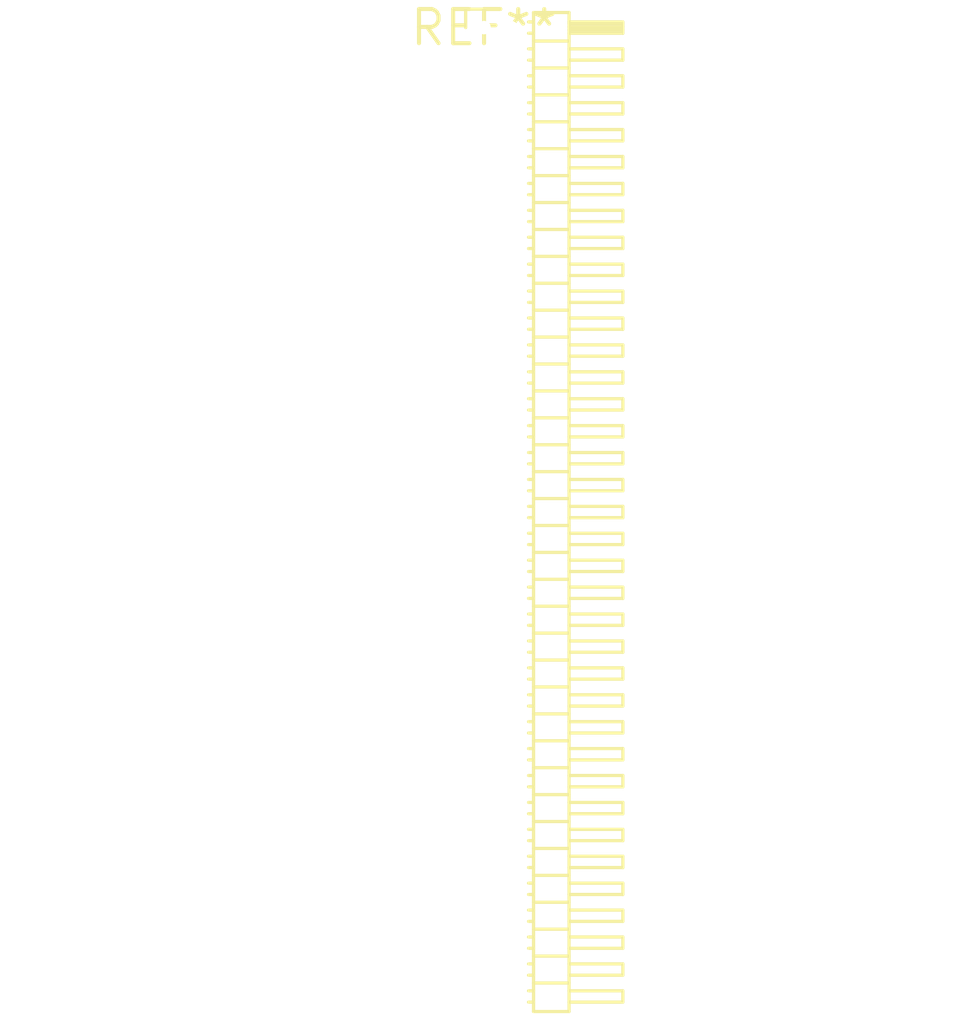
<source format=kicad_pcb>
(kicad_pcb (version 20240108) (generator pcbnew)
  (layers (0 "F.Cu" signal) (31 "B.Cu" signal) (34 "B.Paste" user) (35 "F.Paste" user) (36 "B.SilkS" user "B.Silkscreen") (37 "F.SilkS" user "F.Silkscreen") (38 "B.Mask" user) (39 "F.Mask" user) (44 "Edge.Cuts" user))
  (net 0 "")
  (footprint "PinHeader_2x37_P1.00mm_Horizontal" (layer "F.Cu") (at 0 0)
    (property "Reference" "REF**")
    (property "Value" "PinHeader_2x37_P1.00mm_Horizontal")
    (fp_line (start -0.685 -0.685) (end 0 -0.685) (layer "F.SilkS") (stroke (width 0.12)))
    (fp_line (start -0.685 0) (end -0.685 -0.685) (layer "F.SilkS") (stroke (width 0.12)))
    (fp_line (start 1.652016 -0.21) (end 1.84 -0.21) (layer "F.SilkS") (stroke (width 0.12)))
    (fp_line (start 1.652016 0.21) (end 1.84 0.21) (layer "F.SilkS") (stroke (width 0.12)))
    (fp_line (start 1.652016 0.79) (end 1.84 0.79) (layer "F.SilkS") (stroke (width 0.12)))
    (fp_line (start 1.652016 1.21) (end 1.84 1.21) (layer "F.SilkS") (stroke (width 0.12)))
    (fp_line (start 1.652016 1.79) (end 1.84 1.79) (layer "F.SilkS") (stroke (width 0.12)))
    (fp_line (start 1.652016 2.21) (end 1.84 2.21) (layer "F.SilkS") (stroke (width 0.12)))
    (fp_line (start 1.652016 2.79) (end 1.84 2.79) (layer "F.SilkS") (stroke (width 0.12)))
    (fp_line (start 1.652016 3.21) (end 1.84 3.21) (layer "F.SilkS") (stroke (width 0.12)))
    (fp_line (start 1.652016 3.79) (end 1.84 3.79) (layer "F.SilkS") (stroke (width 0.12)))
    (fp_line (start 1.652016 4.21) (end 1.84 4.21) (layer "F.SilkS") (stroke (width 0.12)))
    (fp_line (start 1.652016 4.79) (end 1.84 4.79) (layer "F.SilkS") (stroke (width 0.12)))
    (fp_line (start 1.652016 5.21) (end 1.84 5.21) (layer "F.SilkS") (stroke (width 0.12)))
    (fp_line (start 1.652016 5.79) (end 1.84 5.79) (layer "F.SilkS") (stroke (width 0.12)))
    (fp_line (start 1.652016 6.21) (end 1.84 6.21) (layer "F.SilkS") (stroke (width 0.12)))
    (fp_line (start 1.652016 6.79) (end 1.84 6.79) (layer "F.SilkS") (stroke (width 0.12)))
    (fp_line (start 1.652016 7.21) (end 1.84 7.21) (layer "F.SilkS") (stroke (width 0.12)))
    (fp_line (start 1.652016 7.79) (end 1.84 7.79) (layer "F.SilkS") (stroke (width 0.12)))
    (fp_line (start 1.652016 8.21) (end 1.84 8.21) (layer "F.SilkS") (stroke (width 0.12)))
    (fp_line (start 1.652016 8.79) (end 1.84 8.79) (layer "F.SilkS") (stroke (width 0.12)))
    (fp_line (start 1.652016 9.21) (end 1.84 9.21) (layer "F.SilkS") (stroke (width 0.12)))
    (fp_line (start 1.652016 9.79) (end 1.84 9.79) (layer "F.SilkS") (stroke (width 0.12)))
    (fp_line (start 1.652016 10.21) (end 1.84 10.21) (layer "F.SilkS") (stroke (width 0.12)))
    (fp_line (start 1.652016 10.79) (end 1.84 10.79) (layer "F.SilkS") (stroke (width 0.12)))
    (fp_line (start 1.652016 11.21) (end 1.84 11.21) (layer "F.SilkS") (stroke (width 0.12)))
    (fp_line (start 1.652016 11.79) (end 1.84 11.79) (layer "F.SilkS") (stroke (width 0.12)))
    (fp_line (start 1.652016 12.21) (end 1.84 12.21) (layer "F.SilkS") (stroke (width 0.12)))
    (fp_line (start 1.652016 12.79) (end 1.84 12.79) (layer "F.SilkS") (stroke (width 0.12)))
    (fp_line (start 1.652016 13.21) (end 1.84 13.21) (layer "F.SilkS") (stroke (width 0.12)))
    (fp_line (start 1.652016 13.79) (end 1.84 13.79) (layer "F.SilkS") (stroke (width 0.12)))
    (fp_line (start 1.652016 14.21) (end 1.84 14.21) (layer "F.SilkS") (stroke (width 0.12)))
    (fp_line (start 1.652016 14.79) (end 1.84 14.79) (layer "F.SilkS") (stroke (width 0.12)))
    (fp_line (start 1.652016 15.21) (end 1.84 15.21) (layer "F.SilkS") (stroke (width 0.12)))
    (fp_line (start 1.652016 15.79) (end 1.84 15.79) (layer "F.SilkS") (stroke (width 0.12)))
    (fp_line (start 1.652016 16.21) (end 1.84 16.21) (layer "F.SilkS") (stroke (width 0.12)))
    (fp_line (start 1.652016 16.79) (end 1.84 16.79) (layer "F.SilkS") (stroke (width 0.12)))
    (fp_line (start 1.652016 17.21) (end 1.84 17.21) (layer "F.SilkS") (stroke (width 0.12)))
    (fp_line (start 1.652016 17.79) (end 1.84 17.79) (layer "F.SilkS") (stroke (width 0.12)))
    (fp_line (start 1.652016 18.21) (end 1.84 18.21) (layer "F.SilkS") (stroke (width 0.12)))
    (fp_line (start 1.652016 18.79) (end 1.84 18.79) (layer "F.SilkS") (stroke (width 0.12)))
    (fp_line (start 1.652016 19.21) (end 1.84 19.21) (layer "F.SilkS") (stroke (width 0.12)))
    (fp_line (start 1.652016 19.79) (end 1.84 19.79) (layer "F.SilkS") (stroke (width 0.12)))
    (fp_line (start 1.652016 20.21) (end 1.84 20.21) (layer "F.SilkS") (stroke (width 0.12)))
    (fp_line (start 1.652016 20.79) (end 1.84 20.79) (layer "F.SilkS") (stroke (width 0.12)))
    (fp_line (start 1.652016 21.21) (end 1.84 21.21) (layer "F.SilkS") (stroke (width 0.12)))
    (fp_line (start 1.652016 21.79) (end 1.84 21.79) (layer "F.SilkS") (stroke (width 0.12)))
    (fp_line (start 1.652016 22.21) (end 1.84 22.21) (layer "F.SilkS") (stroke (width 0.12)))
    (fp_line (start 1.652016 22.79) (end 1.84 22.79) (layer "F.SilkS") (stroke (width 0.12)))
    (fp_line (start 1.652016 23.21) (end 1.84 23.21) (layer "F.SilkS") (stroke (width 0.12)))
    (fp_line (start 1.652016 23.79) (end 1.84 23.79) (layer "F.SilkS") (stroke (width 0.12)))
    (fp_line (start 1.652016 24.21) (end 1.84 24.21) (layer "F.SilkS") (stroke (width 0.12)))
    (fp_line (start 1.652016 24.79) (end 1.84 24.79) (layer "F.SilkS") (stroke (width 0.12)))
    (fp_line (start 1.652016 25.21) (end 1.84 25.21) (layer "F.SilkS") (stroke (width 0.12)))
    (fp_line (start 1.652016 25.79) (end 1.84 25.79) (layer "F.SilkS") (stroke (width 0.12)))
    (fp_line (start 1.652016 26.21) (end 1.84 26.21) (layer "F.SilkS") (stroke (width 0.12)))
    (fp_line (start 1.652016 26.79) (end 1.84 26.79) (layer "F.SilkS") (stroke (width 0.12)))
    (fp_line (start 1.652016 27.21) (end 1.84 27.21) (layer "F.SilkS") (stroke (width 0.12)))
    (fp_line (start 1.652016 27.79) (end 1.84 27.79) (layer "F.SilkS") (stroke (width 0.12)))
    (fp_line (start 1.652016 28.21) (end 1.84 28.21) (layer "F.SilkS") (stroke (width 0.12)))
    (fp_line (start 1.652016 28.79) (end 1.84 28.79) (layer "F.SilkS") (stroke (width 0.12)))
    (fp_line (start 1.652016 29.21) (end 1.84 29.21) (layer "F.SilkS") (stroke (width 0.12)))
    (fp_line (start 1.652016 29.79) (end 1.84 29.79) (layer "F.SilkS") (stroke (width 0.12)))
    (fp_line (start 1.652016 30.21) (end 1.84 30.21) (layer "F.SilkS") (stroke (width 0.12)))
    (fp_line (start 1.652016 30.79) (end 1.84 30.79) (layer "F.SilkS") (stroke (width 0.12)))
    (fp_line (start 1.652016 31.21) (end 1.84 31.21) (layer "F.SilkS") (stroke (width 0.12)))
    (fp_line (start 1.652016 31.79) (end 1.84 31.79) (layer "F.SilkS") (stroke (width 0.12)))
    (fp_line (start 1.652016 32.21) (end 1.84 32.21) (layer "F.SilkS") (stroke (width 0.12)))
    (fp_line (start 1.652016 32.79) (end 1.84 32.79) (layer "F.SilkS") (stroke (width 0.12)))
    (fp_line (start 1.652016 33.21) (end 1.84 33.21) (layer "F.SilkS") (stroke (width 0.12)))
    (fp_line (start 1.652016 33.79) (end 1.84 33.79) (layer "F.SilkS") (stroke (width 0.12)))
    (fp_line (start 1.652016 34.21) (end 1.84 34.21) (layer "F.SilkS") (stroke (width 0.12)))
    (fp_line (start 1.652016 34.79) (end 1.84 34.79) (layer "F.SilkS") (stroke (width 0.12)))
    (fp_line (start 1.652016 35.21) (end 1.84 35.21) (layer "F.SilkS") (stroke (width 0.12)))
    (fp_line (start 1.652016 35.79) (end 1.84 35.79) (layer "F.SilkS") (stroke (width 0.12)))
    (fp_line (start 1.652016 36.21) (end 1.84 36.21) (layer "F.SilkS") (stroke (width 0.12)))
    (fp_line (start 1.84 -0.56) (end 1.84 36.56) (layer "F.SilkS") (stroke (width 0.12)))
    (fp_line (start 1.84 0.5) (end 3.16 0.5) (layer "F.SilkS") (stroke (width 0.12)))
    (fp_line (start 1.84 1.5) (end 3.16 1.5) (layer "F.SilkS") (stroke (width 0.12)))
    (fp_line (start 1.84 2.5) (end 3.16 2.5) (layer "F.SilkS") (stroke (width 0.12)))
    (fp_line (start 1.84 3.5) (end 3.16 3.5) (layer "F.SilkS") (stroke (width 0.12)))
    (fp_line (start 1.84 4.5) (end 3.16 4.5) (layer "F.SilkS") (stroke (width 0.12)))
    (fp_line (start 1.84 5.5) (end 3.16 5.5) (layer "F.SilkS") (stroke (width 0.12)))
    (fp_line (start 1.84 6.5) (end 3.16 6.5) (layer "F.SilkS") (stroke (width 0.12)))
    (fp_line (start 1.84 7.5) (end 3.16 7.5) (layer "F.SilkS") (stroke (width 0.12)))
    (fp_line (start 1.84 8.5) (end 3.16 8.5) (layer "F.SilkS") (stroke (width 0.12)))
    (fp_line (start 1.84 9.5) (end 3.16 9.5) (layer "F.SilkS") (stroke (width 0.12)))
    (fp_line (start 1.84 10.5) (end 3.16 10.5) (layer "F.SilkS") (stroke (width 0.12)))
    (fp_line (start 1.84 11.5) (end 3.16 11.5) (layer "F.SilkS") (stroke (width 0.12)))
    (fp_line (start 1.84 12.5) (end 3.16 12.5) (layer "F.SilkS") (stroke (width 0.12)))
    (fp_line (start 1.84 13.5) (end 3.16 13.5) (layer "F.SilkS") (stroke (width 0.12)))
    (fp_line (start 1.84 14.5) (end 3.16 14.5) (layer "F.SilkS") (stroke (width 0.12)))
    (fp_line (start 1.84 15.5) (end 3.16 15.5) (layer "F.SilkS") (stroke (width 0.12)))
    (fp_line (start 1.84 16.5) (end 3.16 16.5) (layer "F.SilkS") (stroke (width 0.12)))
    (fp_line (start 1.84 17.5) (end 3.16 17.5) (layer "F.SilkS") (stroke (width 0.12)))
    (fp_line (start 1.84 18.5) (end 3.16 18.5) (layer "F.SilkS") (stroke (width 0.12)))
    (fp_line (start 1.84 19.5) (end 3.16 19.5) (layer "F.SilkS") (stroke (width 0.12)))
    (fp_line (start 1.84 20.5) (end 3.16 20.5) (layer "F.SilkS") (stroke (width 0.12)))
    (fp_line (start 1.84 21.5) (end 3.16 21.5) (layer "F.SilkS") (stroke (width 0.12)))
    (fp_line (start 1.84 22.5) (end 3.16 22.5) (layer "F.SilkS") (stroke (width 0.12)))
    (fp_line (start 1.84 23.5) (end 3.16 23.5) (layer "F.SilkS") (stroke (width 0.12)))
    (fp_line (start 1.84 24.5) (end 3.16 24.5) (layer "F.SilkS") (stroke (width 0.12)))
    (fp_line (start 1.84 25.5) (end 3.16 25.5) (layer "F.SilkS") (stroke (width 0.12)))
    (fp_line (start 1.84 26.5) (end 3.16 26.5) (layer "F.SilkS") (stroke (width 0.12)))
    (fp_line (start 1.84 27.5) (end 3.16 27.5) (layer "F.SilkS") (stroke (width 0.12)))
    (fp_line (start 1.84 28.5) (end 3.16 28.5) (layer "F.SilkS") (stroke (width 0.12)))
    (fp_line (start 1.84 29.5) (end 3.16 29.5) (layer "F.SilkS") (stroke (width 0.12)))
    (fp_line (start 1.84 30.5) (end 3.16 30.5) (layer "F.SilkS") (stroke (width 0.12)))
    (fp_line (start 1.84 31.5) (end 3.16 31.5) (layer "F.SilkS") (stroke (width 0.12)))
    (fp_line (start 1.84 32.5) (end 3.16 32.5) (layer "F.SilkS") (stroke (width 0.12)))
    (fp_line (start 1.84 33.5) (end 3.16 33.5) (layer "F.SilkS") (stroke (width 0.12)))
    (fp_line (start 1.84 34.5) (end 3.16 34.5) (layer "F.SilkS") (stroke (width 0.12)))
    (fp_line (start 1.84 35.5) (end 3.16 35.5) (layer "F.SilkS") (stroke (width 0.12)))
    (fp_line (start 1.84 36.56) (end 3.16 36.56) (layer "F.SilkS") (stroke (width 0.12)))
    (fp_line (start 3.16 -0.56) (end 1.84 -0.56) (layer "F.SilkS") (stroke (width 0.12)))
    (fp_line (start 3.16 -0.21) (end 5.16 -0.21) (layer "F.SilkS") (stroke (width 0.12)))
    (fp_line (start 3.16 -0.15) (end 5.16 -0.15) (layer "F.SilkS") (stroke (width 0.12)))
    (fp_line (start 3.16 -0.03) (end 5.16 -0.03) (layer "F.SilkS") (stroke (width 0.12)))
    (fp_line (start 3.16 0.09) (end 5.16 0.09) (layer "F.SilkS") (stroke (width 0.12)))
    (fp_line (start 3.16 0.79) (end 5.16 0.79) (layer "F.SilkS") (stroke (width 0.12)))
    (fp_line (start 3.16 1.79) (end 5.16 1.79) (layer "F.SilkS") (stroke (width 0.12)))
    (fp_line (start 3.16 2.79) (end 5.16 2.79) (layer "F.SilkS") (stroke (width 0.12)))
    (fp_line (start 3.16 3.79) (end 5.16 3.79) (layer "F.SilkS") (stroke (width 0.12)))
    (fp_line (start 3.16 4.79) (end 5.16 4.79) (layer "F.SilkS") (stroke (width 0.12)))
    (fp_line (start 3.16 5.79) (end 5.16 5.79) (layer "F.SilkS") (stroke (width 0.12)))
    (fp_line (start 3.16 6.79) (end 5.16 6.79) (layer "F.SilkS") (stroke (width 0.12)))
    (fp_line (start 3.16 7.79) (end 5.16 7.79) (layer "F.SilkS") (stroke (width 0.12)))
    (fp_line (start 3.16 8.79) (end 5.16 8.79) (layer "F.SilkS") (stroke (width 0.12)))
    (fp_line (start 3.16 9.79) (end 5.16 9.79) (layer "F.SilkS") (stroke (width 0.12)))
    (fp_line (start 3.16 10.79) (end 5.16 10.79) (layer "F.SilkS") (stroke (width 0.12)))
    (fp_line (start 3.16 11.79) (end 5.16 11.79) (layer "F.SilkS") (stroke (width 0.12)))
    (fp_line (start 3.16 12.79) (end 5.16 12.79) (layer "F.SilkS") (stroke (width 0.12)))
    (fp_line (start 3.16 13.79) (end 5.16 13.79) (layer "F.SilkS") (stroke (width 0.12)))
    (fp_line (start 3.16 14.79) (end 5.16 14.79) (layer "F.SilkS") (stroke (width 0.12)))
    (fp_line (start 3.16 15.79) (end 5.16 15.79) (layer "F.SilkS") (stroke (width 0.12)))
    (fp_line (start 3.16 16.79) (end 5.16 16.79) (layer "F.SilkS") (stroke (width 0.12)))
    (fp_line (start 3.16 17.79) (end 5.16 17.79) (layer "F.SilkS") (stroke (width 0.12)))
    (fp_line (start 3.16 18.79) (end 5.16 18.79) (layer "F.SilkS") (stroke (width 0.12)))
    (fp_line (start 3.16 19.79) (end 5.16 19.79) (layer "F.SilkS") (stroke (width 0.12)))
    (fp_line (start 3.16 20.79) (end 5.16 20.79) (layer "F.SilkS") (stroke (width 0.12)))
    (fp_line (start 3.16 21.79) (end 5.16 21.79) (layer "F.SilkS") (stroke (width 0.12)))
    (fp_line (start 3.16 22.79) (end 5.16 22.79) (layer "F.SilkS") (stroke (width 0.12)))
    (fp_line (start 3.16 23.79) (end 5.16 23.79) (layer "F.SilkS") (stroke (width 0.12)))
    (fp_line (start 3.16 24.79) (end 5.16 24.79) (layer "F.SilkS") (stroke (width 0.12)))
    (fp_line (start 3.16 25.79) (end 5.16 25.79) (layer "F.SilkS") (stroke (width 0.12)))
    (fp_line (start 3.16 26.79) (end 5.16 26.79) (layer "F.SilkS") (stroke (width 0.12)))
    (fp_line (start 3.16 27.79) (end 5.16 27.79) (layer "F.SilkS") (stroke (width 0.12)))
    (fp_line (start 3.16 28.79) (end 5.16 28.79) (layer "F.SilkS") (stroke (width 0.12)))
    (fp_line (start 3.16 29.79) (end 5.16 29.79) (layer "F.SilkS") (stroke (width 0.12)))
    (fp_line (start 3.16 30.79) (end 5.16 30.79) (layer "F.SilkS") (stroke (width 0.12)))
    (fp_line (start 3.16 31.79) (end 5.16 31.79) (layer "F.SilkS") (stroke (width 0.12)))
    (fp_line (start 3.16 32.79) (end 5.16 32.79) (layer "F.SilkS") (stroke (width 0.12)))
    (fp_line (start 3.16 33.79) (end 5.16 33.79) (layer "F.SilkS") (stroke (width 0.12)))
    (fp_line (start 3.16 34.79) (end 5.16 34.79) (layer "F.SilkS") (stroke (width 0.12)))
    (fp_line (start 3.16 35.79) (end 5.16 35.79) (layer "F.SilkS") (stroke (width 0.12)))
    (fp_line (start 3.16 36.56) (end 3.16 -0.56) (layer "F.SilkS") (stroke (width 0.12)))
    (fp_line (start 5.16 -0.21) (end 5.16 0.21) (layer "F.SilkS") (stroke (width 0.12)))
    (fp_line (start 5.16 0.21) (end 3.16 0.21) (layer "F.SilkS") (stroke (width 0.12)))
    (fp_line (start 5.16 0.79) (end 5.16 1.21) (layer "F.SilkS") (stroke (width 0.12)))
    (fp_line (start 5.16 1.21) (end 3.16 1.21) (layer "F.SilkS") (stroke (width 0.12)))
    (fp_line (start 5.16 1.79) (end 5.16 2.21) (layer "F.SilkS") (stroke (width 0.12)))
    (fp_line (start 5.16 2.21) (end 3.16 2.21) (layer "F.SilkS") (stroke (width 0.12)))
    (fp_line (start 5.16 2.79) (end 5.16 3.21) (layer "F.SilkS") (stroke (width 0.12)))
    (fp_line (start 5.16 3.21) (end 3.16 3.21) (layer "F.SilkS") (stroke (width 0.12)))
    (fp_line (start 5.16 3.79) (end 5.16 4.21) (layer "F.SilkS") (stroke (width 0.12)))
    (fp_line (start 5.16 4.21) (end 3.16 4.21) (layer "F.SilkS") (stroke (width 0.12)))
    (fp_line (start 5.16 4.79) (end 5.16 5.21) (layer "F.SilkS") (stroke (width 0.12)))
    (fp_line (start 5.16 5.21) (end 3.16 5.21) (layer "F.SilkS") (stroke (width 0.12)))
    (fp_line (start 5.16 5.79) (end 5.16 6.21) (layer "F.SilkS") (stroke (width 0.12)))
    (fp_line (start 5.16 6.21) (end 3.16 6.21) (layer "F.SilkS") (stroke (width 0.12)))
    (fp_line (start 5.16 6.79) (end 5.16 7.21) (layer "F.SilkS") (stroke (width 0.12)))
    (fp_line (start 5.16 7.21) (end 3.16 7.21) (layer "F.SilkS") (stroke (width 0.12)))
    (fp_line (start 5.16 7.79) (end 5.16 8.21) (layer "F.SilkS") (stroke (width 0.12)))
    (fp_line (start 5.16 8.21) (end 3.16 8.21) (layer "F.SilkS") (stroke (width 0.12)))
    (fp_line (start 5.16 8.79) (end 5.16 9.21) (layer "F.SilkS") (stroke (width 0.12)))
    (fp_line (start 5.16 9.21) (end 3.16 9.21) (layer "F.SilkS") (stroke (width 0.12)))
    (fp_line (start 5.16 9.79) (end 5.16 10.21) (layer "F.SilkS") (stroke (width 0.12)))
    (fp_line (start 5.16 10.21) (end 3.16 10.21) (layer "F.SilkS") (stroke (width 0.12)))
    (fp_line (start 5.16 10.79) (end 5.16 11.21) (layer "F.SilkS") (stroke (width 0.12)))
    (fp_line (start 5.16 11.21) (end 3.16 11.21) (layer "F.SilkS") (stroke (width 0.12)))
    (fp_line (start 5.16 11.79) (end 5.16 12.21) (layer "F.SilkS") (stroke (width 0.12)))
    (fp_line (start 5.16 12.21) (end 3.16 12.21) (layer "F.SilkS") (stroke (width 0.12)))
    (fp_line (start 5.16 12.79) (end 5.16 13.21) (layer "F.SilkS") (stroke (width 0.12)))
    (fp_line (start 5.16 13.21) (end 3.16 13.21) (layer "F.SilkS") (stroke (width 0.12)))
    (fp_line (start 5.16 13.79) (end 5.16 14.21) (layer "F.SilkS") (stroke (width 0.12)))
    (fp_line (start 5.16 14.21) (end 3.16 14.21) (layer "F.SilkS") (stroke (width 0.12)))
    (fp_line (start 5.16 14.79) (end 5.16 15.21) (layer "F.SilkS") (stroke (width 0.12)))
    (fp_line (start 5.16 15.21) (end 3.16 15.21) (layer "F.SilkS") (stroke (width 0.12)))
    (fp_line (start 5.16 15.79) (end 5.16 16.21) (layer "F.SilkS") (stroke (width 0.12)))
    (fp_line (start 5.16 16.21) (end 3.16 16.21) (layer "F.SilkS") (stroke (width 0.12)))
    (fp_line (start 5.16 16.79) (end 5.16 17.21) (layer "F.SilkS") (stroke (width 0.12)))
    (fp_line (start 5.16 17.21) (end 3.16 17.21) (layer "F.SilkS") (stroke (width 0.12)))
    (fp_line (start 5.16 17.79) (end 5.16 18.21) (layer "F.SilkS") (stroke (width 0.12)))
    (fp_line (start 5.16 18.21) (end 3.16 18.21) (layer "F.SilkS") (stroke (width 0.12)))
    (fp_line (start 5.16 18.79) (end 5.16 19.21) (layer "F.SilkS") (stroke (width 0.12)))
    (fp_line (start 5.16 19.21) (end 3.16 19.21) (layer "F.SilkS") (stroke (width 0.12)))
    (fp_line (start 5.16 19.79) (end 5.16 20.21) (layer "F.SilkS") (stroke (width 0.12)))
    (fp_line (start 5.16 20.21) (end 3.16 20.21) (layer "F.SilkS") (stroke (width 0.12)))
    (fp_line (start 5.16 20.79) (end 5.16 21.21) (layer "F.SilkS") (stroke (width 0.12)))
    (fp_line (start 5.16 21.21) (end 3.16 21.21) (layer "F.SilkS") (stroke (width 0.12)))
    (fp_line (start 5.16 21.79) (end 5.16 22.21) (layer "F.SilkS") (stroke (width 0.12)))
    (fp_line (start 5.16 22.21) (end 3.16 22.21) (layer "F.SilkS") (stroke (width 0.12)))
    (fp_line (start 5.16 22.79) (end 5.16 23.21) (layer "F.SilkS") (stroke (width 0.12)))
    (fp_line (start 5.16 23.21) (end 3.16 23.21) (layer "F.SilkS") (stroke (width 0.12)))
    (fp_line (start 5.16 23.79) (end 5.16 24.21) (layer "F.SilkS") (stroke (width 0.12)))
    (fp_line (start 5.16 24.21) (end 3.16 24.21) (layer "F.SilkS") (stroke (width 0.12)))
    (fp_line (start 5.16 24.79) (end 5.16 25.21) (layer "F.SilkS") (stroke (width 0.12)))
    (fp_line (start 5.16 25.21) (end 3.16 25.21) (layer "F.SilkS") (stroke (width 0.12)))
    (fp_line (start 5.16 25.79) (end 5.16 26.21) (layer "F.SilkS") (stroke (width 0.12)))
    (fp_line (start 5.16 26.21) (end 3.16 26.21) (layer "F.SilkS") (stroke (width 0.12)))
    (fp_line (start 5.16 26.79) (end 5.16 27.21) (layer "F.SilkS") (stroke (width 0.12)))
    (fp_line (start 5.16 27.21) (end 3.16 27.21) (layer "F.SilkS") (stroke (width 0.12)))
    (fp_line (start 5.16 27.79) (end 5.16 28.21) (layer "F.SilkS") (stroke (width 0.12)))
    (fp_line (start 5.16 28.21) (end 3.16 28.21) (layer "F.SilkS") (stroke (width 0.12)))
    (fp_line (start 5.16 28.79) (end 5.16 29.21) (layer "F.SilkS") (stroke (width 0.12)))
    (fp_line (start 5.16 29.21) (end 3.16 29.21) (layer "F.SilkS") (stroke (width 0.12)))
    (fp_line (start 5.16 29.79) (end 5.16 30.21) (layer "F.SilkS") (stroke (width 0.12)))
    (fp_line (start 5.16 30.21) (end 3.16 30.21) (layer "F.SilkS") (stroke (width 0.12)))
    (fp_line (start 5.16 30.79) (end 5.16 31.21) (layer "F.SilkS") (stroke (width 0.12)))
    (fp_line (start 5.16 31.21) (end 3.16 31.21) (layer "F.SilkS") (stroke (width 0.12)))
    (fp_line (start 5.16 31.79) (end 5.16 32.21) (layer "F.SilkS") (stroke (width 0.12)))
    (fp_line (start 5.16 32.21) (end 3.16 32.21) (layer "F.SilkS") (stroke (width 0.12)))
    (fp_line (start 5.16 32.79) (end 5.16 33.21) (layer "F.SilkS") (stroke (width 0.12)))
    (fp_line (start 5.16 33.21) (end 3.16 33.21) (layer "F.SilkS") (stroke (width 0.12)))
    (fp_line (start 5.16 33.79) (end 5.16 34.21) (layer "F.SilkS") (stroke (width 0.12)))
    (fp_line (start 5.16 34.21) (end 3.16 34.21) (layer "F.SilkS") (stroke (width 0.12)))
    (fp_line (start 5.16 34.79) (end 5.16 35.21) (layer "F.SilkS") (stroke (width 0.12)))
    (fp_line (start 5.16 35.21) (end 3.16 35.21) (layer "F.SilkS") (stroke (width 0.12)))
    (fp_line (start 5.16 35.79) (end 5.16 36.21) (layer "F.SilkS") (stroke (width 0.12)))
    (fp_line (start 5.16 36.21) (end 3.16 36.21) (layer "F.SilkS") (stroke (width 0.12)))
    (pad "1" thru_hole rect (at 0 0) (size 0.85 0.85) (drill 0.5) (layers *.Cu *.Mask) (remove_unused_layers))
    (pad "2" thru_hole oval (at 1 0) (size 0.85 0.85) (drill 0.5) (layers *.Cu *.Mask) (remove_unused_layers))
    (pad "3" thru_hole oval (at 0 1) (size 0.85 0.85) (drill 0.5) (layers *.Cu *.Mask) (remove_unused_layers))
    (pad "4" thru_hole oval (at 1 1) (size 0.85 0.85) (drill 0.5) (layers *.Cu *.Mask) (remove_unused_layers))
    (pad "5" thru_hole oval (at 0 2) (size 0.85 0.85) (drill 0.5) (layers *.Cu *.Mask) (remove_unused_layers))
    (pad "6" thru_hole oval (at 1 2) (size 0.85 0.85) (drill 0.5) (layers *.Cu *.Mask) (remove_unused_layers))
    (pad "7" thru_hole oval (at 0 3) (size 0.85 0.85) (drill 0.5) (layers *.Cu *.Mask) (remove_unused_layers))
    (pad "8" thru_hole oval (at 1 3) (size 0.85 0.85) (drill 0.5) (layers *.Cu *.Mask) (remove_unused_layers))
    (pad "9" thru_hole oval (at 0 4) (size 0.85 0.85) (drill 0.5) (layers *.Cu *.Mask) (remove_unused_layers))
    (pad "10" thru_hole oval (at 1 4) (size 0.85 0.85) (drill 0.5) (layers *.Cu *.Mask) (remove_unused_layers))
    (pad "11" thru_hole oval (at 0 5) (size 0.85 0.85) (drill 0.5) (layers *.Cu *.Mask) (remove_unused_layers))
    (pad "12" thru_hole oval (at 1 5) (size 0.85 0.85) (drill 0.5) (layers *.Cu *.Mask) (remove_unused_layers))
    (pad "13" thru_hole oval (at 0 6) (size 0.85 0.85) (drill 0.5) (layers *.Cu *.Mask) (remove_unused_layers))
    (pad "14" thru_hole oval (at 1 6) (size 0.85 0.85) (drill 0.5) (layers *.Cu *.Mask) (remove_unused_layers))
    (pad "15" thru_hole oval (at 0 7) (size 0.85 0.85) (drill 0.5) (layers *.Cu *.Mask) (remove_unused_layers))
    (pad "16" thru_hole oval (at 1 7) (size 0.85 0.85) (drill 0.5) (layers *.Cu *.Mask) (remove_unused_layers))
    (pad "17" thru_hole oval (at 0 8) (size 0.85 0.85) (drill 0.5) (layers *.Cu *.Mask) (remove_unused_layers))
    (pad "18" thru_hole oval (at 1 8) (size 0.85 0.85) (drill 0.5) (layers *.Cu *.Mask) (remove_unused_layers))
    (pad "19" thru_hole oval (at 0 9) (size 0.85 0.85) (drill 0.5) (layers *.Cu *.Mask) (remove_unused_layers))
    (pad "20" thru_hole oval (at 1 9) (size 0.85 0.85) (drill 0.5) (layers *.Cu *.Mask) (remove_unused_layers))
    (pad "21" thru_hole oval (at 0 10) (size 0.85 0.85) (drill 0.5) (layers *.Cu *.Mask) (remove_unused_layers))
    (pad "22" thru_hole oval (at 1 10) (size 0.85 0.85) (drill 0.5) (layers *.Cu *.Mask) (remove_unused_layers))
    (pad "23" thru_hole oval (at 0 11) (size 0.85 0.85) (drill 0.5) (layers *.Cu *.Mask) (remove_unused_layers))
    (pad "24" thru_hole oval (at 1 11) (size 0.85 0.85) (drill 0.5) (layers *.Cu *.Mask) (remove_unused_layers))
    (pad "25" thru_hole oval (at 0 12) (size 0.85 0.85) (drill 0.5) (layers *.Cu *.Mask) (remove_unused_layers))
    (pad "26" thru_hole oval (at 1 12) (size 0.85 0.85) (drill 0.5) (layers *.Cu *.Mask) (remove_unused_layers))
    (pad "27" thru_hole oval (at 0 13) (size 0.85 0.85) (drill 0.5) (layers *.Cu *.Mask) (remove_unused_layers))
    (pad "28" thru_hole oval (at 1 13) (size 0.85 0.85) (drill 0.5) (layers *.Cu *.Mask) (remove_unused_layers))
    (pad "29" thru_hole oval (at 0 14) (size 0.85 0.85) (drill 0.5) (layers *.Cu *.Mask) (remove_unused_layers))
    (pad "30" thru_hole oval (at 1 14) (size 0.85 0.85) (drill 0.5) (layers *.Cu *.Mask) (remove_unused_layers))
    (pad "31" thru_hole oval (at 0 15) (size 0.85 0.85) (drill 0.5) (layers *.Cu *.Mask) (remove_unused_layers))
    (pad "32" thru_hole oval (at 1 15) (size 0.85 0.85) (drill 0.5) (layers *.Cu *.Mask) (remove_unused_layers))
    (pad "33" thru_hole oval (at 0 16) (size 0.85 0.85) (drill 0.5) (layers *.Cu *.Mask) (remove_unused_layers))
    (pad "34" thru_hole oval (at 1 16) (size 0.85 0.85) (drill 0.5) (layers *.Cu *.Mask) (remove_unused_layers))
    (pad "35" thru_hole oval (at 0 17) (size 0.85 0.85) (drill 0.5) (layers *.Cu *.Mask) (remove_unused_layers))
    (pad "36" thru_hole oval (at 1 17) (size 0.85 0.85) (drill 0.5) (layers *.Cu *.Mask) (remove_unused_layers))
    (pad "37" thru_hole oval (at 0 18) (size 0.85 0.85) (drill 0.5) (layers *.Cu *.Mask) (remove_unused_layers))
    (pad "38" thru_hole oval (at 1 18) (size 0.85 0.85) (drill 0.5) (layers *.Cu *.Mask) (remove_unused_layers))
    (pad "39" thru_hole oval (at 0 19) (size 0.85 0.85) (drill 0.5) (layers *.Cu *.Mask) (remove_unused_layers))
    (pad "40" thru_hole oval (at 1 19) (size 0.85 0.85) (drill 0.5) (layers *.Cu *.Mask) (remove_unused_layers))
    (pad "41" thru_hole oval (at 0 20) (size 0.85 0.85) (drill 0.5) (layers *.Cu *.Mask) (remove_unused_layers))
    (pad "42" thru_hole oval (at 1 20) (size 0.85 0.85) (drill 0.5) (layers *.Cu *.Mask) (remove_unused_layers))
    (pad "43" thru_hole oval (at 0 21) (size 0.85 0.85) (drill 0.5) (layers *.Cu *.Mask) (remove_unused_layers))
    (pad "44" thru_hole oval (at 1 21) (size 0.85 0.85) (drill 0.5) (layers *.Cu *.Mask) (remove_unused_layers))
    (pad "45" thru_hole oval (at 0 22) (size 0.85 0.85) (drill 0.5) (layers *.Cu *.Mask) (remove_unused_layers))
    (pad "46" thru_hole oval (at 1 22) (size 0.85 0.85) (drill 0.5) (layers *.Cu *.Mask) (remove_unused_layers))
    (pad "47" thru_hole oval (at 0 23) (size 0.85 0.85) (drill 0.5) (layers *.Cu *.Mask) (remove_unused_layers))
    (pad "48" thru_hole oval (at 1 23) (size 0.85 0.85) (drill 0.5) (layers *.Cu *.Mask) (remove_unused_layers))
    (pad "49" thru_hole oval (at 0 24) (size 0.85 0.85) (drill 0.5) (layers *.Cu *.Mask) (remove_unused_layers))
    (pad "50" thru_hole oval (at 1 24) (size 0.85 0.85) (drill 0.5) (layers *.Cu *.Mask) (remove_unused_layers))
    (pad "51" thru_hole oval (at 0 25) (size 0.85 0.85) (drill 0.5) (layers *.Cu *.Mask) (remove_unused_layers))
    (pad "52" thru_hole oval (at 1 25) (size 0.85 0.85) (drill 0.5) (layers *.Cu *.Mask) (remove_unused_layers))
    (pad "53" thru_hole oval (at 0 26) (size 0.85 0.85) (drill 0.5) (layers *.Cu *.Mask) (remove_unused_layers))
    (pad "54" thru_hole oval (at 1 26) (size 0.85 0.85) (drill 0.5) (layers *.Cu *.Mask) (remove_unused_layers))
    (pad "55" thru_hole oval (at 0 27) (size 0.85 0.85) (drill 0.5) (layers *.Cu *.Mask) (remove_unused_layers))
    (pad "56" thru_hole oval (at 1 27) (size 0.85 0.85) (drill 0.5) (layers *.Cu *.Mask) (remove_unused_layers))
    (pad "57" thru_hole oval (at 0 28) (size 0.85 0.85) (drill 0.5) (layers *.Cu *.Mask) (remove_unused_layers))
    (pad "58" thru_hole oval (at 1 28) (size 0.85 0.85) (drill 0.5) (layers *.Cu *.Mask) (remove_unused_layers))
    (pad "59" thru_hole oval (at 0 29) (size 0.85 0.85) (drill 0.5) (layers *.Cu *.Mask) (remove_unused_layers))
    (pad "60" thru_hole oval (at 1 29) (size 0.85 0.85) (drill 0.5) (layers *.Cu *.Mask) (remove_unused_layers))
    (pad "61" thru_hole oval (at 0 30) (size 0.85 0.85) (drill 0.5) (layers *.Cu *.Mask) (remove_unused_layers))
    (pad "62" thru_hole oval (at 1 30) (size 0.85 0.85) (drill 0.5) (layers *.Cu *.Mask) (remove_unused_layers))
    (pad "63" thru_hole oval (at 0 31) (size 0.85 0.85) (drill 0.5) (layers *.Cu *.Mask) (remove_unused_layers))
    (pad "64" thru_hole oval (at 1 31) (size 0.85 0.85) (drill 0.5) (layers *.Cu *.Mask) (remove_unused_layers))
    (pad "65" thru_hole oval (at 0 32) (size 0.85 0.85) (drill 0.5) (layers *.Cu *.Mask) (remove_unused_layers))
    (pad "66" thru_hole oval (at 1 32) (size 0.85 0.85) (drill 0.5) (layers *.Cu *.Mask) (remove_unused_layers))
    (pad "67" thru_hole oval (at 0 33) (size 0.85 0.85) (drill 0.5) (layers *.Cu *.Mask) (remove_unused_layers))
    (pad "68" thru_hole oval (at 1 33) (size 0.85 0.85) (drill 0.5) (layers *.Cu *.Mask) (remove_unused_layers))
    (pad "69" thru_hole oval (at 0 34) (size 0.85 0.85) (drill 0.5) (layers *.Cu *.Mask) (remove_unused_layers))
    (pad "70" thru_hole oval (at 1 34) (size 0.85 0.85) (drill 0.5) (layers *.Cu *.Mask) (remove_unused_layers))
    (pad "71" thru_hole oval (at 0 35) (size 0.85 0.85) (drill 0.5) (layers *.Cu *.Mask) (remove_unused_layers))
    (pad "72" thru_hole oval (at 1 35) (size 0.85 0.85) (drill 0.5) (layers *.Cu *.Mask) (remove_unused_layers))
    (pad "73" thru_hole oval (at 0 36) (size 0.85 0.85) (drill 0.5) (layers *.Cu *.Mask) (remove_unused_layers))
    (pad "74" thru_hole oval (at 1 36) (size 0.85 0.85) (drill 0.5) (layers *.Cu *.Mask) (remove_unused_layers))
  )
)
</source>
